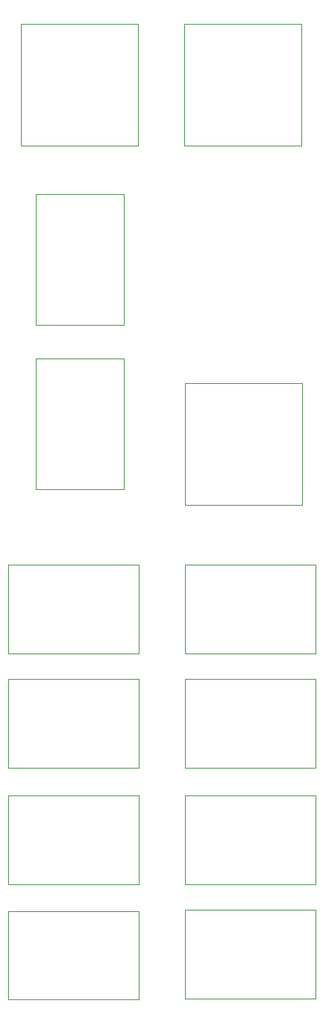
<source format=gbr>
G04 #@! TF.GenerationSoftware,KiCad,Pcbnew,(5.0.1)-4*
G04 #@! TF.CreationDate,2019-03-05T01:35:27-06:00*
G04 #@! TF.ProjectId,VCO,56434F2E6B696361645F706362000000,rev?*
G04 #@! TF.SameCoordinates,Original*
G04 #@! TF.FileFunction,Other,User*
%FSLAX46Y46*%
G04 Gerber Fmt 4.6, Leading zero omitted, Abs format (unit mm)*
G04 Created by KiCad (PCBNEW (5.0.1)-4) date 3/5/2019 1:35:27*
%MOMM*%
%LPD*%
G01*
G04 APERTURE LIST*
%ADD10C,0.050000*%
G04 APERTURE END LIST*
D10*
G04 #@! TO.C,J9*
X165312000Y135556000D02*
X180142000Y135556000D01*
X165312000Y125556000D02*
X180142000Y125556000D01*
X165312000Y125556000D02*
X165312000Y135556000D01*
X180142000Y125556000D02*
X180142000Y135556000D01*
G04 #@! TO.C,RV39*
X165348000Y155314000D02*
X178648000Y155314000D01*
X178648000Y155314000D02*
X178648000Y169114000D01*
X178648000Y169114000D02*
X165348000Y169114000D01*
X165348000Y169114000D02*
X165348000Y155314000D01*
G04 #@! TO.C,RV3*
X178568000Y209811000D02*
X165268000Y209811000D01*
X165268000Y209811000D02*
X165268000Y196011000D01*
X165268000Y196011000D02*
X178568000Y196011000D01*
X178568000Y196011000D02*
X178568000Y209811000D01*
G04 #@! TO.C,RV2*
X160026000Y209811000D02*
X146726000Y209811000D01*
X146726000Y209811000D02*
X146726000Y196011000D01*
X146726000Y196011000D02*
X160026000Y196011000D01*
X160026000Y196011000D02*
X160026000Y209811000D01*
G04 #@! TO.C,J1*
X158416000Y190556000D02*
X148416000Y190556000D01*
X158416000Y175726000D02*
X148416000Y175726000D01*
X158416000Y175726000D02*
X158416000Y190556000D01*
X148416000Y175726000D02*
X148416000Y190556000D01*
G04 #@! TO.C,J2*
X148416000Y157057000D02*
X148416000Y171887000D01*
X158416000Y157057000D02*
X158416000Y171887000D01*
X158416000Y157057000D02*
X148416000Y157057000D01*
X158416000Y171887000D02*
X148416000Y171887000D01*
G04 #@! TO.C,J3*
X160062000Y99267000D02*
X145232000Y99267000D01*
X160062000Y109267000D02*
X145232000Y109267000D01*
X160062000Y109267000D02*
X160062000Y99267000D01*
X145232000Y109267000D02*
X145232000Y99267000D01*
G04 #@! TO.C,J4*
X160062000Y138510000D02*
X145232000Y138510000D01*
X160062000Y148510000D02*
X145232000Y148510000D01*
X160062000Y148510000D02*
X160062000Y138510000D01*
X145232000Y148510000D02*
X145232000Y138510000D01*
G04 #@! TO.C,J5*
X145232000Y135556000D02*
X145232000Y125556000D01*
X160062000Y135556000D02*
X160062000Y125556000D01*
X160062000Y135556000D02*
X145232000Y135556000D01*
X160062000Y125556000D02*
X145232000Y125556000D01*
G04 #@! TO.C,J6*
X160062000Y112348000D02*
X145232000Y112348000D01*
X160062000Y122348000D02*
X145232000Y122348000D01*
X160062000Y122348000D02*
X160062000Y112348000D01*
X145232000Y122348000D02*
X145232000Y112348000D01*
G04 #@! TO.C,J7*
X180142000Y99394000D02*
X180142000Y109394000D01*
X165312000Y99394000D02*
X165312000Y109394000D01*
X165312000Y99394000D02*
X180142000Y99394000D01*
X165312000Y109394000D02*
X180142000Y109394000D01*
G04 #@! TO.C,J8*
X180142000Y112348000D02*
X180142000Y122348000D01*
X165312000Y112348000D02*
X165312000Y122348000D01*
X165312000Y112348000D02*
X180142000Y112348000D01*
X165312000Y122348000D02*
X180142000Y122348000D01*
G04 #@! TO.C,J10*
X180142000Y138510000D02*
X180142000Y148510000D01*
X165312000Y138510000D02*
X165312000Y148510000D01*
X165312000Y138510000D02*
X180142000Y138510000D01*
X165312000Y148510000D02*
X180142000Y148510000D01*
G04 #@! TD*
M02*

</source>
